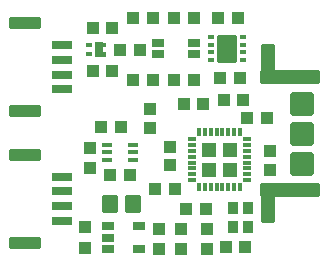
<source format=gbr>
G04*
G04 #@! TF.GenerationSoftware,Altium Limited,Altium Designer,24.7.2 (38)*
G04*
G04 Layer_Color=8421504*
%FSLAX25Y25*%
%MOIN*%
G70*
G04*
G04 #@! TF.SameCoordinates,0AE953C0-7C88-47E9-B79E-664DAA7B62C1*
G04*
G04*
G04 #@! TF.FilePolarity,Positive*
G04*
G01*
G75*
%ADD17R,0.05118X0.05118*%
%ADD18R,0.05118X0.05118*%
G04:AMPARAMS|DCode=19|XSize=23.62mil|YSize=11.81mil|CornerRadius=0.59mil|HoleSize=0mil|Usage=FLASHONLY|Rotation=180.000|XOffset=0mil|YOffset=0mil|HoleType=Round|Shape=RoundedRectangle|*
%AMROUNDEDRECTD19*
21,1,0.02362,0.01063,0,0,180.0*
21,1,0.02244,0.01181,0,0,180.0*
1,1,0.00118,-0.01122,0.00532*
1,1,0.00118,0.01122,0.00532*
1,1,0.00118,0.01122,-0.00532*
1,1,0.00118,-0.01122,-0.00532*
%
%ADD19ROUNDEDRECTD19*%
G04:AMPARAMS|DCode=20|XSize=23.62mil|YSize=11.81mil|CornerRadius=0.59mil|HoleSize=0mil|Usage=FLASHONLY|Rotation=90.000|XOffset=0mil|YOffset=0mil|HoleType=Round|Shape=RoundedRectangle|*
%AMROUNDEDRECTD20*
21,1,0.02362,0.01063,0,0,90.0*
21,1,0.02244,0.01181,0,0,90.0*
1,1,0.00118,0.00532,0.01122*
1,1,0.00118,0.00532,-0.01122*
1,1,0.00118,-0.00532,-0.01122*
1,1,0.00118,-0.00532,0.01122*
%
%ADD20ROUNDEDRECTD20*%
G04:AMPARAMS|DCode=21|XSize=35.43mil|YSize=15.75mil|CornerRadius=1.18mil|HoleSize=0mil|Usage=FLASHONLY|Rotation=0.000|XOffset=0mil|YOffset=0mil|HoleType=Round|Shape=RoundedRectangle|*
%AMROUNDEDRECTD21*
21,1,0.03543,0.01339,0,0,0.0*
21,1,0.03307,0.01575,0,0,0.0*
1,1,0.00236,0.01654,-0.00669*
1,1,0.00236,-0.01654,-0.00669*
1,1,0.00236,-0.01654,0.00669*
1,1,0.00236,0.01654,0.00669*
%
%ADD21ROUNDEDRECTD21*%
G04:AMPARAMS|DCode=22|XSize=43.31mil|YSize=39.37mil|CornerRadius=2.95mil|HoleSize=0mil|Usage=FLASHONLY|Rotation=180.000|XOffset=0mil|YOffset=0mil|HoleType=Round|Shape=RoundedRectangle|*
%AMROUNDEDRECTD22*
21,1,0.04331,0.03347,0,0,180.0*
21,1,0.03740,0.03937,0,0,180.0*
1,1,0.00591,-0.01870,0.01673*
1,1,0.00591,0.01870,0.01673*
1,1,0.00591,0.01870,-0.01673*
1,1,0.00591,-0.01870,-0.01673*
%
%ADD22ROUNDEDRECTD22*%
G04:AMPARAMS|DCode=23|XSize=39.37mil|YSize=35.43mil|CornerRadius=1.77mil|HoleSize=0mil|Usage=FLASHONLY|Rotation=90.000|XOffset=0mil|YOffset=0mil|HoleType=Round|Shape=RoundedRectangle|*
%AMROUNDEDRECTD23*
21,1,0.03937,0.03189,0,0,90.0*
21,1,0.03583,0.03543,0,0,90.0*
1,1,0.00354,0.01595,0.01791*
1,1,0.00354,0.01595,-0.01791*
1,1,0.00354,-0.01595,-0.01791*
1,1,0.00354,-0.01595,0.01791*
%
%ADD23ROUNDEDRECTD23*%
G04:AMPARAMS|DCode=24|XSize=64.96mil|YSize=96.46mil|CornerRadius=4.87mil|HoleSize=0mil|Usage=FLASHONLY|Rotation=180.000|XOffset=0mil|YOffset=0mil|HoleType=Round|Shape=RoundedRectangle|*
%AMROUNDEDRECTD24*
21,1,0.06496,0.08671,0,0,180.0*
21,1,0.05522,0.09646,0,0,180.0*
1,1,0.00974,-0.02761,0.04336*
1,1,0.00974,0.02761,0.04336*
1,1,0.00974,0.02761,-0.04336*
1,1,0.00974,-0.02761,-0.04336*
%
%ADD24ROUNDEDRECTD24*%
G04:AMPARAMS|DCode=25|XSize=20.67mil|YSize=11.81mil|CornerRadius=0.89mil|HoleSize=0mil|Usage=FLASHONLY|Rotation=180.000|XOffset=0mil|YOffset=0mil|HoleType=Round|Shape=RoundedRectangle|*
%AMROUNDEDRECTD25*
21,1,0.02067,0.01004,0,0,180.0*
21,1,0.01890,0.01181,0,0,180.0*
1,1,0.00177,-0.00945,0.00502*
1,1,0.00177,0.00945,0.00502*
1,1,0.00177,0.00945,-0.00502*
1,1,0.00177,-0.00945,-0.00502*
%
%ADD25ROUNDEDRECTD25*%
G04:AMPARAMS|DCode=26|XSize=41.34mil|YSize=23.62mil|CornerRadius=1.18mil|HoleSize=0mil|Usage=FLASHONLY|Rotation=0.000|XOffset=0mil|YOffset=0mil|HoleType=Round|Shape=RoundedRectangle|*
%AMROUNDEDRECTD26*
21,1,0.04134,0.02126,0,0,0.0*
21,1,0.03898,0.02362,0,0,0.0*
1,1,0.00236,0.01949,-0.01063*
1,1,0.00236,-0.01949,-0.01063*
1,1,0.00236,-0.01949,0.01063*
1,1,0.00236,0.01949,0.01063*
%
%ADD26ROUNDEDRECTD26*%
G04:AMPARAMS|DCode=27|XSize=43.31mil|YSize=23.62mil|CornerRadius=1.18mil|HoleSize=0mil|Usage=FLASHONLY|Rotation=0.000|XOffset=0mil|YOffset=0mil|HoleType=Round|Shape=RoundedRectangle|*
%AMROUNDEDRECTD27*
21,1,0.04331,0.02126,0,0,0.0*
21,1,0.04095,0.02362,0,0,0.0*
1,1,0.00236,0.02047,-0.01063*
1,1,0.00236,-0.02047,-0.01063*
1,1,0.00236,-0.02047,0.01063*
1,1,0.00236,0.02047,0.01063*
%
%ADD27ROUNDEDRECTD27*%
G04:AMPARAMS|DCode=28|XSize=23.62mil|YSize=66.93mil|CornerRadius=1.18mil|HoleSize=0mil|Usage=FLASHONLY|Rotation=270.000|XOffset=0mil|YOffset=0mil|HoleType=Round|Shape=RoundedRectangle|*
%AMROUNDEDRECTD28*
21,1,0.02362,0.06457,0,0,270.0*
21,1,0.02126,0.06693,0,0,270.0*
1,1,0.00236,-0.03228,-0.01063*
1,1,0.00236,-0.03228,0.01063*
1,1,0.00236,0.03228,0.01063*
1,1,0.00236,0.03228,-0.01063*
%
%ADD28ROUNDEDRECTD28*%
G04:AMPARAMS|DCode=29|XSize=39.37mil|YSize=106.3mil|CornerRadius=1.97mil|HoleSize=0mil|Usage=FLASHONLY|Rotation=270.000|XOffset=0mil|YOffset=0mil|HoleType=Round|Shape=RoundedRectangle|*
%AMROUNDEDRECTD29*
21,1,0.03937,0.10236,0,0,270.0*
21,1,0.03543,0.10630,0,0,270.0*
1,1,0.00394,-0.05118,-0.01772*
1,1,0.00394,-0.05118,0.01772*
1,1,0.00394,0.05118,0.01772*
1,1,0.00394,0.05118,-0.01772*
%
%ADD29ROUNDEDRECTD29*%
G04:AMPARAMS|DCode=30|XSize=39.37mil|YSize=43.31mil|CornerRadius=2.95mil|HoleSize=0mil|Usage=FLASHONLY|Rotation=270.000|XOffset=0mil|YOffset=0mil|HoleType=Round|Shape=RoundedRectangle|*
%AMROUNDEDRECTD30*
21,1,0.03937,0.03740,0,0,270.0*
21,1,0.03347,0.04331,0,0,270.0*
1,1,0.00591,-0.01870,-0.01673*
1,1,0.00591,-0.01870,0.01673*
1,1,0.00591,0.01870,0.01673*
1,1,0.00591,0.01870,-0.01673*
%
%ADD30ROUNDEDRECTD30*%
G04:AMPARAMS|DCode=31|XSize=51.18mil|YSize=59.06mil|CornerRadius=3.84mil|HoleSize=0mil|Usage=FLASHONLY|Rotation=180.000|XOffset=0mil|YOffset=0mil|HoleType=Round|Shape=RoundedRectangle|*
%AMROUNDEDRECTD31*
21,1,0.05118,0.05138,0,0,180.0*
21,1,0.04350,0.05906,0,0,180.0*
1,1,0.00768,-0.02175,0.02569*
1,1,0.00768,0.02175,0.02569*
1,1,0.00768,0.02175,-0.02569*
1,1,0.00768,-0.02175,-0.02569*
%
%ADD31ROUNDEDRECTD31*%
G04:AMPARAMS|DCode=32|XSize=196.85mil|YSize=47.24mil|CornerRadius=3.54mil|HoleSize=0mil|Usage=FLASHONLY|Rotation=0.000|XOffset=0mil|YOffset=0mil|HoleType=Round|Shape=RoundedRectangle|*
%AMROUNDEDRECTD32*
21,1,0.19685,0.04016,0,0,0.0*
21,1,0.18976,0.04724,0,0,0.0*
1,1,0.00709,0.09488,-0.02008*
1,1,0.00709,-0.09488,-0.02008*
1,1,0.00709,-0.09488,0.02008*
1,1,0.00709,0.09488,0.02008*
%
%ADD32ROUNDEDRECTD32*%
G04:AMPARAMS|DCode=33|XSize=78.74mil|YSize=78.74mil|CornerRadius=5.91mil|HoleSize=0mil|Usage=FLASHONLY|Rotation=0.000|XOffset=0mil|YOffset=0mil|HoleType=Round|Shape=RoundedRectangle|*
%AMROUNDEDRECTD33*
21,1,0.07874,0.06693,0,0,0.0*
21,1,0.06693,0.07874,0,0,0.0*
1,1,0.01181,0.03347,-0.03347*
1,1,0.01181,-0.03347,-0.03347*
1,1,0.01181,-0.03347,0.03347*
1,1,0.01181,0.03347,0.03347*
%
%ADD33ROUNDEDRECTD33*%
G04:AMPARAMS|DCode=34|XSize=98.43mil|YSize=47.24mil|CornerRadius=3.54mil|HoleSize=0mil|Usage=FLASHONLY|Rotation=90.000|XOffset=0mil|YOffset=0mil|HoleType=Round|Shape=RoundedRectangle|*
%AMROUNDEDRECTD34*
21,1,0.09843,0.04016,0,0,90.0*
21,1,0.09134,0.04724,0,0,90.0*
1,1,0.00709,0.02008,0.04567*
1,1,0.00709,0.02008,-0.04567*
1,1,0.00709,-0.02008,-0.04567*
1,1,0.00709,-0.02008,0.04567*
%
%ADD34ROUNDEDRECTD34*%
G04:AMPARAMS|DCode=35|XSize=39.37mil|YSize=43.31mil|CornerRadius=2.95mil|HoleSize=0mil|Usage=FLASHONLY|Rotation=0.000|XOffset=0mil|YOffset=0mil|HoleType=Round|Shape=RoundedRectangle|*
%AMROUNDEDRECTD35*
21,1,0.03937,0.03740,0,0,0.0*
21,1,0.03347,0.04331,0,0,0.0*
1,1,0.00591,0.01673,-0.01870*
1,1,0.00591,-0.01673,-0.01870*
1,1,0.00591,-0.01673,0.01870*
1,1,0.00591,0.01673,0.01870*
%
%ADD35ROUNDEDRECTD35*%
G04:AMPARAMS|DCode=36|XSize=15.75mil|YSize=21.65mil|CornerRadius=0.79mil|HoleSize=0mil|Usage=FLASHONLY|Rotation=90.000|XOffset=0mil|YOffset=0mil|HoleType=Round|Shape=RoundedRectangle|*
%AMROUNDEDRECTD36*
21,1,0.01575,0.02008,0,0,90.0*
21,1,0.01417,0.02165,0,0,90.0*
1,1,0.00158,0.01004,0.00709*
1,1,0.00158,0.01004,-0.00709*
1,1,0.00158,-0.01004,-0.00709*
1,1,0.00158,-0.01004,0.00709*
%
%ADD36ROUNDEDRECTD36*%
G04:AMPARAMS|DCode=37|XSize=43.31mil|YSize=39.37mil|CornerRadius=2.95mil|HoleSize=0mil|Usage=FLASHONLY|Rotation=90.000|XOffset=0mil|YOffset=0mil|HoleType=Round|Shape=RoundedRectangle|*
%AMROUNDEDRECTD37*
21,1,0.04331,0.03347,0,0,90.0*
21,1,0.03740,0.03937,0,0,90.0*
1,1,0.00591,0.01673,0.01870*
1,1,0.00591,0.01673,-0.01870*
1,1,0.00591,-0.01673,-0.01870*
1,1,0.00591,-0.01673,0.01870*
%
%ADD37ROUNDEDRECTD37*%
G36*
X163779Y128740D02*
X164764D01*
Y127165D01*
X163779Y127165D01*
Y125591D01*
X164764D01*
Y124016D01*
X163779D01*
Y123819D01*
X161417D01*
Y128937D01*
X163779D01*
Y128740D01*
D02*
G37*
D17*
X206102Y86417D02*
D03*
X199409Y93110D02*
D03*
D18*
X206102Y93110D02*
D03*
X199409Y86417D02*
D03*
D19*
X193504Y82874D02*
D03*
Y84842D02*
D03*
Y86811D02*
D03*
Y88779D02*
D03*
X212008Y90748D02*
D03*
Y92716D02*
D03*
Y94685D02*
D03*
Y96653D02*
D03*
X193504Y90748D02*
D03*
Y92716D02*
D03*
Y94685D02*
D03*
Y96653D02*
D03*
X212008Y82874D02*
D03*
Y84842D02*
D03*
Y86811D02*
D03*
Y88779D02*
D03*
D20*
X195866Y80512D02*
D03*
X197835D02*
D03*
X199803D02*
D03*
X201772D02*
D03*
X203740D02*
D03*
X205709D02*
D03*
X207677D02*
D03*
X209646D02*
D03*
Y99016D02*
D03*
X207677D02*
D03*
X205709D02*
D03*
X203740D02*
D03*
X195866D02*
D03*
X201772D02*
D03*
X199803D02*
D03*
X197835D02*
D03*
D21*
X174016Y94685D02*
D03*
Y92126D02*
D03*
Y89567D02*
D03*
X165354D02*
D03*
Y92126D02*
D03*
Y94685D02*
D03*
D22*
X169882Y100787D02*
D03*
X163189D02*
D03*
X202953Y116929D02*
D03*
X209646D02*
D03*
X194291Y137008D02*
D03*
X187598D02*
D03*
X173819Y137008D02*
D03*
X180512D02*
D03*
X191455Y73421D02*
D03*
X198148D02*
D03*
X187992Y79921D02*
D03*
X181299D02*
D03*
X218504Y103543D02*
D03*
X211811D02*
D03*
X202165Y137008D02*
D03*
X208858D02*
D03*
X172876Y84543D02*
D03*
X166183D02*
D03*
X187598Y116142D02*
D03*
X194291D02*
D03*
X180512Y116142D02*
D03*
X173819D02*
D03*
X169488Y126378D02*
D03*
X176181D02*
D03*
D23*
X212091Y73678D02*
D03*
X207268D02*
D03*
Y67281D02*
D03*
X212091D02*
D03*
D24*
X205118Y126772D02*
D03*
D25*
X199756Y130610D02*
D03*
Y122933D02*
D03*
Y128051D02*
D03*
X210480Y125492D02*
D03*
X210482Y122933D02*
D03*
X210480Y128051D02*
D03*
Y130610D02*
D03*
X199756Y125492D02*
D03*
D26*
X194193Y128740D02*
D03*
Y124803D02*
D03*
X182185D02*
D03*
Y128740D02*
D03*
D27*
X175984Y67520D02*
D03*
X165748Y60039D02*
D03*
Y63779D02*
D03*
Y67520D02*
D03*
X175984Y60039D02*
D03*
D28*
X150394Y84055D02*
D03*
Y79134D02*
D03*
Y74213D02*
D03*
Y69291D02*
D03*
Y127953D02*
D03*
Y123031D02*
D03*
Y118110D02*
D03*
Y113189D02*
D03*
D29*
X137795Y91339D02*
D03*
Y62008D02*
D03*
Y135236D02*
D03*
Y105905D02*
D03*
D30*
X204331Y109646D02*
D03*
X210630D02*
D03*
X190945Y108268D02*
D03*
X197244D02*
D03*
X211259Y60729D02*
D03*
X204960D02*
D03*
D31*
X166339Y74803D02*
D03*
X173819D02*
D03*
D32*
X226378Y117323D02*
D03*
Y79528D02*
D03*
D33*
X230315Y108425D02*
D03*
Y98425D02*
D03*
Y88425D02*
D03*
D34*
X218898Y123228D02*
D03*
Y73622D02*
D03*
D35*
X219685Y92520D02*
D03*
Y86221D02*
D03*
X179528Y100394D02*
D03*
Y106693D02*
D03*
X186221Y94095D02*
D03*
Y87795D02*
D03*
D36*
X159153Y127953D02*
D03*
Y124803D02*
D03*
D37*
X198425Y60039D02*
D03*
Y66732D02*
D03*
X182677Y60039D02*
D03*
Y66732D02*
D03*
X189849Y60081D02*
D03*
Y66774D02*
D03*
X159449Y93504D02*
D03*
Y86811D02*
D03*
X157874Y60433D02*
D03*
Y67126D02*
D03*
X160630Y119291D02*
D03*
X166929D02*
D03*
X160630Y133465D02*
D03*
X166929D02*
D03*
M02*

</source>
